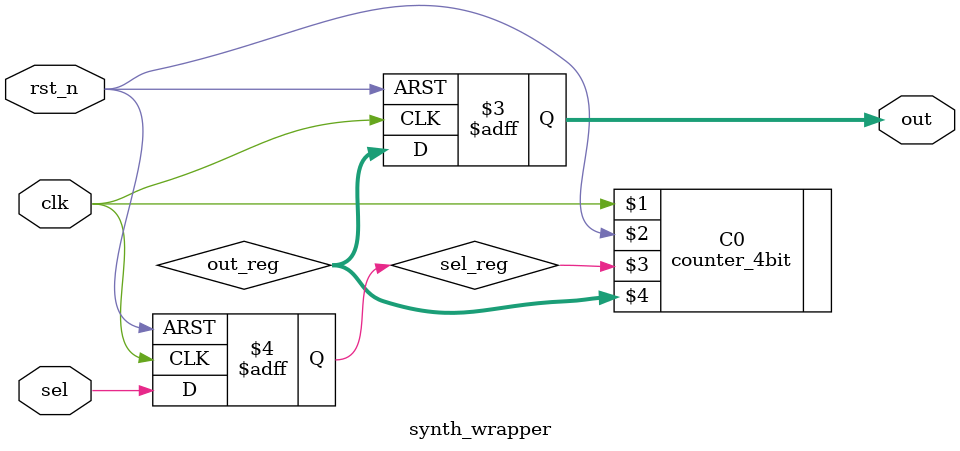
<source format=v>
module synth_wrapper(
	input wire rst_n,
	input wire clk,
	input wire sel,
	output reg [3:0] out
	);

	reg sel_reg;
	reg [3:0] out_reg;
	
	always @(posedge clk, negedge rst_n) begin
		if (~rst_n) begin
			sel_reg <= 1'b0;
			out <= 4'b0000;
		end
		else begin
			sel_reg <= sel;
			out <= out_reg;
		end
	end
	
	counter_4bit C0(clk, rst_n, sel_reg, out_reg);
	
endmodule

</source>
